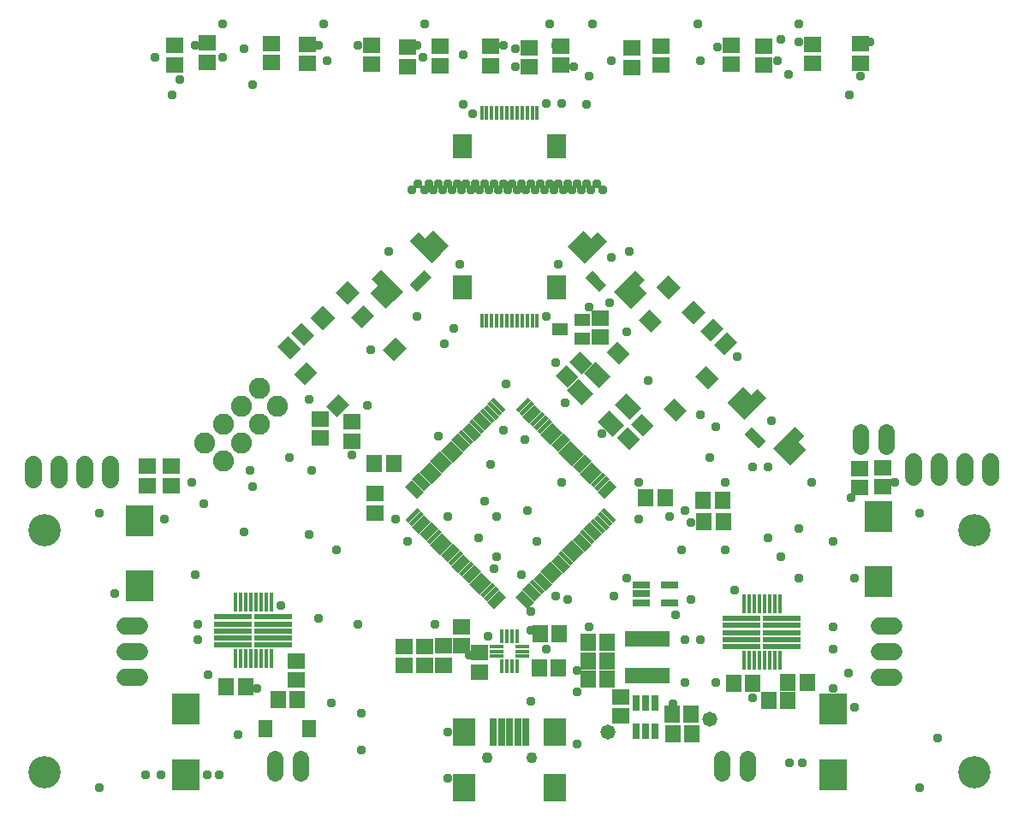
<source format=gbr>
G04 EAGLE Gerber RS-274X export*
G75*
%MOMM*%
%FSLAX34Y34*%
%LPD*%
%INSoldermask Top*%
%IPPOS*%
%AMOC8*
5,1,8,0,0,1.08239X$1,22.5*%
G01*
%ADD10R,1.703200X1.503200*%
%ADD11R,1.503200X1.703200*%
%ADD12C,1.625600*%
%ADD13R,1.703200X1.703200*%
%ADD14R,2.103200X1.603200*%
%ADD15R,1.603200X1.203200*%
%ADD16R,1.803200X1.503200*%
%ADD17R,1.503200X1.803200*%
%ADD18R,1.753200X1.503200*%
%ADD19R,0.457200X1.676400*%
%ADD20R,0.457200X1.981200*%
%ADD21R,3.759200X0.508000*%
%ADD22C,1.727200*%
%ADD23C,3.203200*%
%ADD24C,1.711200*%
%ADD25C,2.082800*%
%ADD26R,0.753200X1.553200*%
%ADD27R,4.403200X1.603200*%
%ADD28R,0.453200X1.453200*%
%ADD29R,1.453200X0.453200*%
%ADD30R,1.703200X0.703200*%
%ADD31R,0.703200X2.703200*%
%ADD32R,2.203200X2.703200*%
%ADD33C,1.103200*%
%ADD34R,0.400000X1.400000*%
%ADD35R,1.900000X2.350000*%
%ADD36R,0.503200X1.003200*%
%ADD37R,1.150000X2.200000*%
%ADD38R,1.300000X3.050000*%
%ADD39R,2.703200X3.103200*%
%ADD40R,1.473200X1.673200*%
%ADD41C,1.473200*%
%ADD42C,0.959600*%


D10*
X435046Y136472D03*
X435046Y155472D03*
X452594Y174572D03*
X452594Y155572D03*
D11*
G36*
X568310Y421431D02*
X557681Y410802D01*
X545638Y422845D01*
X556267Y433474D01*
X568310Y421431D01*
G37*
G36*
X581746Y434867D02*
X571117Y424238D01*
X559074Y436281D01*
X569703Y446910D01*
X581746Y434867D01*
G37*
G36*
X619994Y374689D02*
X630623Y385318D01*
X642666Y373275D01*
X632037Y362646D01*
X619994Y374689D01*
G37*
G36*
X606558Y361253D02*
X617187Y371882D01*
X629230Y359839D01*
X618601Y349210D01*
X606558Y361253D01*
G37*
X366422Y335986D03*
X385422Y335986D03*
X711444Y278344D03*
X692444Y278344D03*
D10*
X343876Y376994D03*
X343876Y357994D03*
X470528Y148638D03*
X470528Y129638D03*
X416344Y135692D03*
X416344Y154692D03*
X366816Y287032D03*
X366816Y306032D03*
D11*
X634916Y302272D03*
X653916Y302272D03*
D12*
X293476Y43876D02*
X293476Y29652D01*
X268076Y29652D02*
X268076Y43876D01*
D13*
G36*
X669163Y510396D02*
X657120Y498353D01*
X645077Y510396D01*
X657120Y522439D01*
X669163Y510396D01*
G37*
G36*
X693911Y485648D02*
X681868Y473605D01*
X669825Y485648D01*
X681868Y497691D01*
X693911Y485648D01*
G37*
G36*
X339792Y492783D02*
X327749Y504826D01*
X339792Y516869D01*
X351835Y504826D01*
X339792Y492783D01*
G37*
G36*
X315044Y468035D02*
X303001Y480078D01*
X315044Y492121D01*
X327087Y480078D01*
X315044Y468035D01*
G37*
D14*
G36*
X571277Y393535D02*
X556406Y408406D01*
X567743Y419743D01*
X582614Y404872D01*
X571277Y393535D01*
G37*
G36*
X602390Y362422D02*
X587519Y377293D01*
X598856Y388630D01*
X613727Y373759D01*
X602390Y362422D01*
G37*
G36*
X619361Y379393D02*
X604490Y394264D01*
X615827Y405601D01*
X630698Y390730D01*
X619361Y379393D01*
G37*
G36*
X588248Y410506D02*
X573377Y425377D01*
X584714Y436714D01*
X599585Y421843D01*
X588248Y410506D01*
G37*
D15*
X549954Y469018D03*
X571954Y478518D03*
X571954Y459518D03*
D16*
X719136Y749842D03*
X719136Y730842D03*
X649800Y748998D03*
X649800Y729998D03*
X620990Y747246D03*
X620990Y728246D03*
D17*
X530384Y167010D03*
X549384Y167010D03*
X529232Y133178D03*
X548232Y133178D03*
D16*
X312624Y361196D03*
X312624Y380196D03*
X550552Y749148D03*
X550552Y730148D03*
X519288Y747594D03*
X519288Y728594D03*
X431012Y748650D03*
X431012Y729650D03*
X398950Y747942D03*
X398950Y728942D03*
X846848Y751444D03*
X846848Y732444D03*
X363890Y749948D03*
X363890Y730948D03*
X299948Y750896D03*
X299948Y731896D03*
X264888Y751846D03*
X264888Y732846D03*
X201548Y752194D03*
X201548Y733194D03*
X169188Y749748D03*
X169188Y730748D03*
X481408Y748892D03*
X481408Y729892D03*
D17*
G36*
X293851Y449518D02*
X283222Y438889D01*
X270473Y451638D01*
X281102Y462267D01*
X293851Y449518D01*
G37*
G36*
X307287Y462954D02*
X296658Y452325D01*
X283909Y465074D01*
X294538Y475703D01*
X307287Y462954D01*
G37*
G36*
X699244Y456621D02*
X688615Y467250D01*
X701364Y479999D01*
X711993Y469370D01*
X699244Y456621D01*
G37*
G36*
X712680Y443185D02*
X702051Y453814D01*
X714800Y466563D01*
X725429Y455934D01*
X712680Y443185D01*
G37*
D16*
X590164Y479788D03*
X590164Y460788D03*
X799750Y750896D03*
X799750Y731896D03*
X751052Y749346D03*
X751052Y730346D03*
D18*
G36*
X375100Y448467D02*
X387496Y460863D01*
X398126Y450233D01*
X385730Y437837D01*
X375100Y448467D01*
G37*
G36*
X318885Y392252D02*
X331281Y404648D01*
X341911Y394018D01*
X329515Y381622D01*
X318885Y392252D01*
G37*
G36*
X343281Y480286D02*
X355677Y492682D01*
X366307Y482052D01*
X353911Y469656D01*
X343281Y480286D01*
G37*
G36*
X287066Y424071D02*
X299462Y436467D01*
X310092Y425837D01*
X297696Y413441D01*
X287066Y424071D01*
G37*
D19*
G36*
X602479Y316598D02*
X605712Y313365D01*
X593859Y301512D01*
X590626Y304745D01*
X602479Y316598D01*
G37*
G36*
X599066Y320011D02*
X602299Y316778D01*
X590446Y304925D01*
X587213Y308158D01*
X599066Y320011D01*
G37*
G36*
X595474Y323603D02*
X598707Y320370D01*
X586854Y308517D01*
X583621Y311750D01*
X595474Y323603D01*
G37*
G36*
X591882Y327195D02*
X595115Y323962D01*
X583262Y312109D01*
X580029Y315342D01*
X591882Y327195D01*
G37*
G36*
X588290Y330787D02*
X591523Y327554D01*
X579670Y315701D01*
X576437Y318934D01*
X588290Y330787D01*
G37*
G36*
X584877Y334199D02*
X588110Y330966D01*
X576257Y319113D01*
X573024Y322346D01*
X584877Y334199D01*
G37*
G36*
X581285Y337792D02*
X584518Y334559D01*
X572665Y322706D01*
X569432Y325939D01*
X581285Y337792D01*
G37*
G36*
X577693Y341384D02*
X580926Y338151D01*
X569073Y326298D01*
X565840Y329531D01*
X577693Y341384D01*
G37*
G36*
X574281Y344796D02*
X577514Y341563D01*
X565661Y329710D01*
X562428Y332943D01*
X574281Y344796D01*
G37*
G36*
X570689Y348388D02*
X573922Y345155D01*
X562069Y333302D01*
X558836Y336535D01*
X570689Y348388D01*
G37*
G36*
X567097Y351980D02*
X570330Y348747D01*
X558477Y336894D01*
X555244Y340127D01*
X567097Y351980D01*
G37*
G36*
X563684Y355393D02*
X566917Y352160D01*
X555064Y340307D01*
X551831Y343540D01*
X563684Y355393D01*
G37*
G36*
X560092Y358985D02*
X563325Y355752D01*
X551472Y343899D01*
X548239Y347132D01*
X560092Y358985D01*
G37*
G36*
X556500Y362577D02*
X559733Y359344D01*
X547880Y347491D01*
X544647Y350724D01*
X556500Y362577D01*
G37*
G36*
X553087Y365990D02*
X556320Y362757D01*
X544467Y350904D01*
X541234Y354137D01*
X553087Y365990D01*
G37*
G36*
X549495Y369582D02*
X552728Y366349D01*
X540875Y354496D01*
X537642Y357729D01*
X549495Y369582D01*
G37*
G36*
X545903Y373174D02*
X549136Y369941D01*
X537283Y358088D01*
X534050Y361321D01*
X545903Y373174D01*
G37*
G36*
X542491Y376586D02*
X545724Y373353D01*
X533871Y361500D01*
X530638Y364733D01*
X542491Y376586D01*
G37*
G36*
X538899Y380178D02*
X542132Y376945D01*
X530279Y365092D01*
X527046Y368325D01*
X538899Y380178D01*
G37*
G36*
X535306Y383770D02*
X538539Y380537D01*
X526686Y368684D01*
X523453Y371917D01*
X535306Y383770D01*
G37*
G36*
X531894Y387183D02*
X535127Y383950D01*
X523274Y372097D01*
X520041Y375330D01*
X531894Y387183D01*
G37*
G36*
X528302Y390775D02*
X531535Y387542D01*
X519682Y375689D01*
X516449Y378922D01*
X528302Y390775D01*
G37*
G36*
X524710Y394367D02*
X527943Y391134D01*
X516090Y379281D01*
X512857Y382514D01*
X524710Y394367D01*
G37*
G36*
X521118Y397959D02*
X524351Y394726D01*
X512498Y382873D01*
X509265Y386106D01*
X521118Y397959D01*
G37*
G36*
X517705Y401372D02*
X520938Y398139D01*
X509085Y386286D01*
X505852Y389519D01*
X517705Y401372D01*
G37*
G36*
X496512Y389519D02*
X493279Y386286D01*
X481426Y398139D01*
X484659Y401372D01*
X496512Y389519D01*
G37*
G36*
X493099Y386106D02*
X489866Y382873D01*
X478013Y394726D01*
X481246Y397959D01*
X493099Y386106D01*
G37*
G36*
X489507Y382514D02*
X486274Y379281D01*
X474421Y391134D01*
X477654Y394367D01*
X489507Y382514D01*
G37*
G36*
X485915Y378922D02*
X482682Y375689D01*
X470829Y387542D01*
X474062Y390775D01*
X485915Y378922D01*
G37*
G36*
X482323Y375330D02*
X479090Y372097D01*
X467237Y383950D01*
X470470Y387183D01*
X482323Y375330D01*
G37*
G36*
X478911Y371917D02*
X475678Y368684D01*
X463825Y380537D01*
X467058Y383770D01*
X478911Y371917D01*
G37*
G36*
X475318Y368325D02*
X472085Y365092D01*
X460232Y376945D01*
X463465Y380178D01*
X475318Y368325D01*
G37*
G36*
X471726Y364733D02*
X468493Y361500D01*
X456640Y373353D01*
X459873Y376586D01*
X471726Y364733D01*
G37*
G36*
X468314Y361321D02*
X465081Y358088D01*
X453228Y369941D01*
X456461Y373174D01*
X468314Y361321D01*
G37*
G36*
X464722Y357729D02*
X461489Y354496D01*
X449636Y366349D01*
X452869Y369582D01*
X464722Y357729D01*
G37*
G36*
X461130Y354137D02*
X457897Y350904D01*
X446044Y362757D01*
X449277Y365990D01*
X461130Y354137D01*
G37*
G36*
X457717Y350724D02*
X454484Y347491D01*
X442631Y359344D01*
X445864Y362577D01*
X457717Y350724D01*
G37*
G36*
X454125Y347132D02*
X450892Y343899D01*
X439039Y355752D01*
X442272Y358985D01*
X454125Y347132D01*
G37*
G36*
X450533Y343540D02*
X447300Y340307D01*
X435447Y352160D01*
X438680Y355393D01*
X450533Y343540D01*
G37*
G36*
X447120Y340127D02*
X443887Y336894D01*
X432034Y348747D01*
X435267Y351980D01*
X447120Y340127D01*
G37*
G36*
X443528Y336535D02*
X440295Y333302D01*
X428442Y345155D01*
X431675Y348388D01*
X443528Y336535D01*
G37*
G36*
X439936Y332943D02*
X436703Y329710D01*
X424850Y341563D01*
X428083Y344796D01*
X439936Y332943D01*
G37*
G36*
X436524Y329531D02*
X433291Y326298D01*
X421438Y338151D01*
X424671Y341384D01*
X436524Y329531D01*
G37*
G36*
X432932Y325939D02*
X429699Y322706D01*
X417846Y334559D01*
X421079Y337792D01*
X432932Y325939D01*
G37*
G36*
X429340Y322346D02*
X426107Y319113D01*
X414254Y330966D01*
X417487Y334199D01*
X429340Y322346D01*
G37*
G36*
X425927Y318934D02*
X422694Y315701D01*
X410841Y327554D01*
X414074Y330787D01*
X425927Y318934D01*
G37*
G36*
X422335Y315342D02*
X419102Y312109D01*
X407249Y323962D01*
X410482Y327195D01*
X422335Y315342D01*
G37*
G36*
X418743Y311750D02*
X415510Y308517D01*
X403657Y320370D01*
X406890Y323603D01*
X418743Y311750D01*
G37*
G36*
X415151Y308158D02*
X411918Y304925D01*
X400065Y316778D01*
X403298Y320011D01*
X415151Y308158D01*
G37*
G36*
X411738Y304745D02*
X408505Y301512D01*
X396652Y313365D01*
X399885Y316598D01*
X411738Y304745D01*
G37*
G36*
X408505Y292172D02*
X411738Y288939D01*
X399885Y277086D01*
X396652Y280319D01*
X408505Y292172D01*
G37*
G36*
X411918Y288759D02*
X415151Y285526D01*
X403298Y273673D01*
X400065Y276906D01*
X411918Y288759D01*
G37*
G36*
X415510Y285167D02*
X418743Y281934D01*
X406890Y270081D01*
X403657Y273314D01*
X415510Y285167D01*
G37*
G36*
X419102Y281575D02*
X422335Y278342D01*
X410482Y266489D01*
X407249Y269722D01*
X419102Y281575D01*
G37*
G36*
X422694Y277983D02*
X425927Y274750D01*
X414074Y262897D01*
X410841Y266130D01*
X422694Y277983D01*
G37*
G36*
X426107Y274571D02*
X429340Y271338D01*
X417487Y259485D01*
X414254Y262718D01*
X426107Y274571D01*
G37*
G36*
X429699Y270978D02*
X432932Y267745D01*
X421079Y255892D01*
X417846Y259125D01*
X429699Y270978D01*
G37*
G36*
X433291Y267386D02*
X436524Y264153D01*
X424671Y252300D01*
X421438Y255533D01*
X433291Y267386D01*
G37*
G36*
X436703Y263974D02*
X439936Y260741D01*
X428083Y248888D01*
X424850Y252121D01*
X436703Y263974D01*
G37*
G36*
X440295Y260382D02*
X443528Y257149D01*
X431675Y245296D01*
X428442Y248529D01*
X440295Y260382D01*
G37*
G36*
X443887Y256790D02*
X447120Y253557D01*
X435267Y241704D01*
X432034Y244937D01*
X443887Y256790D01*
G37*
G36*
X447300Y253377D02*
X450533Y250144D01*
X438680Y238291D01*
X435447Y241524D01*
X447300Y253377D01*
G37*
G36*
X450892Y249785D02*
X454125Y246552D01*
X442272Y234699D01*
X439039Y237932D01*
X450892Y249785D01*
G37*
G36*
X454484Y246193D02*
X457717Y242960D01*
X445864Y231107D01*
X442631Y234340D01*
X454484Y246193D01*
G37*
G36*
X457897Y242780D02*
X461130Y239547D01*
X449277Y227694D01*
X446044Y230927D01*
X457897Y242780D01*
G37*
G36*
X461489Y239188D02*
X464722Y235955D01*
X452869Y224102D01*
X449636Y227335D01*
X461489Y239188D01*
G37*
G36*
X465081Y235596D02*
X468314Y232363D01*
X456461Y220510D01*
X453228Y223743D01*
X465081Y235596D01*
G37*
G36*
X468493Y232184D02*
X471726Y228951D01*
X459873Y217098D01*
X456640Y220331D01*
X468493Y232184D01*
G37*
G36*
X472085Y228592D02*
X475318Y225359D01*
X463465Y213506D01*
X460232Y216739D01*
X472085Y228592D01*
G37*
G36*
X475678Y225000D02*
X478911Y221767D01*
X467058Y209914D01*
X463825Y213147D01*
X475678Y225000D01*
G37*
G36*
X479090Y221587D02*
X482323Y218354D01*
X470470Y206501D01*
X467237Y209734D01*
X479090Y221587D01*
G37*
G36*
X482682Y217995D02*
X485915Y214762D01*
X474062Y202909D01*
X470829Y206142D01*
X482682Y217995D01*
G37*
G36*
X486274Y214403D02*
X489507Y211170D01*
X477654Y199317D01*
X474421Y202550D01*
X486274Y214403D01*
G37*
G36*
X489866Y210811D02*
X493099Y207578D01*
X481246Y195725D01*
X478013Y198958D01*
X489866Y210811D01*
G37*
G36*
X493279Y207398D02*
X496512Y204165D01*
X484659Y192312D01*
X481426Y195545D01*
X493279Y207398D01*
G37*
G36*
X520938Y195545D02*
X517705Y192312D01*
X505852Y204165D01*
X509085Y207398D01*
X520938Y195545D01*
G37*
G36*
X524351Y198958D02*
X521118Y195725D01*
X509265Y207578D01*
X512498Y210811D01*
X524351Y198958D01*
G37*
G36*
X527943Y202550D02*
X524710Y199317D01*
X512857Y211170D01*
X516090Y214403D01*
X527943Y202550D01*
G37*
G36*
X531535Y206142D02*
X528302Y202909D01*
X516449Y214762D01*
X519682Y217995D01*
X531535Y206142D01*
G37*
G36*
X535127Y209734D02*
X531894Y206501D01*
X520041Y218354D01*
X523274Y221587D01*
X535127Y209734D01*
G37*
G36*
X538539Y213147D02*
X535306Y209914D01*
X523453Y221767D01*
X526686Y225000D01*
X538539Y213147D01*
G37*
G36*
X542132Y216739D02*
X538899Y213506D01*
X527046Y225359D01*
X530279Y228592D01*
X542132Y216739D01*
G37*
G36*
X545724Y220331D02*
X542491Y217098D01*
X530638Y228951D01*
X533871Y232184D01*
X545724Y220331D01*
G37*
G36*
X549136Y223743D02*
X545903Y220510D01*
X534050Y232363D01*
X537283Y235596D01*
X549136Y223743D01*
G37*
G36*
X552728Y227335D02*
X549495Y224102D01*
X537642Y235955D01*
X540875Y239188D01*
X552728Y227335D01*
G37*
G36*
X556320Y230927D02*
X553087Y227694D01*
X541234Y239547D01*
X544467Y242780D01*
X556320Y230927D01*
G37*
G36*
X559733Y234340D02*
X556500Y231107D01*
X544647Y242960D01*
X547880Y246193D01*
X559733Y234340D01*
G37*
G36*
X563325Y237932D02*
X560092Y234699D01*
X548239Y246552D01*
X551472Y249785D01*
X563325Y237932D01*
G37*
G36*
X566917Y241524D02*
X563684Y238291D01*
X551831Y250144D01*
X555064Y253377D01*
X566917Y241524D01*
G37*
G36*
X570330Y244937D02*
X567097Y241704D01*
X555244Y253557D01*
X558477Y256790D01*
X570330Y244937D01*
G37*
G36*
X573922Y248529D02*
X570689Y245296D01*
X558836Y257149D01*
X562069Y260382D01*
X573922Y248529D01*
G37*
G36*
X577514Y252121D02*
X574281Y248888D01*
X562428Y260741D01*
X565661Y263974D01*
X577514Y252121D01*
G37*
G36*
X580926Y255533D02*
X577693Y252300D01*
X565840Y264153D01*
X569073Y267386D01*
X580926Y255533D01*
G37*
G36*
X584518Y259125D02*
X581285Y255892D01*
X569432Y267745D01*
X572665Y270978D01*
X584518Y259125D01*
G37*
G36*
X588110Y262718D02*
X584877Y259485D01*
X573024Y271338D01*
X576257Y274571D01*
X588110Y262718D01*
G37*
G36*
X591523Y266130D02*
X588290Y262897D01*
X576437Y274750D01*
X579670Y277983D01*
X591523Y266130D01*
G37*
G36*
X595115Y269722D02*
X591882Y266489D01*
X580029Y278342D01*
X583262Y281575D01*
X595115Y269722D01*
G37*
G36*
X598707Y273314D02*
X595474Y270081D01*
X583621Y281934D01*
X586854Y285167D01*
X598707Y273314D01*
G37*
G36*
X602299Y276906D02*
X599066Y273673D01*
X587213Y285526D01*
X590446Y288759D01*
X602299Y276906D01*
G37*
G36*
X605712Y280319D02*
X602479Y277086D01*
X590626Y288939D01*
X593859Y292172D01*
X605712Y280319D01*
G37*
D18*
G36*
X640017Y465644D02*
X627621Y478040D01*
X638251Y488670D01*
X650647Y476274D01*
X640017Y465644D01*
G37*
G36*
X696232Y409429D02*
X683836Y421825D01*
X694466Y432455D01*
X706862Y420059D01*
X696232Y409429D01*
G37*
G36*
X608198Y433825D02*
X595802Y446221D01*
X606432Y456851D01*
X618828Y444455D01*
X608198Y433825D01*
G37*
G36*
X664413Y377610D02*
X652017Y390006D01*
X662647Y400636D01*
X675043Y388240D01*
X664413Y377610D01*
G37*
D20*
X264288Y198666D03*
X259288Y198666D03*
X254288Y198666D03*
X249288Y198666D03*
X244288Y198666D03*
X239288Y198666D03*
X234288Y198666D03*
X229288Y198666D03*
D21*
X226208Y184086D03*
X226208Y177086D03*
X226208Y170086D03*
X226208Y163086D03*
X226208Y156086D03*
D20*
X229288Y142522D03*
X234288Y142522D03*
X239288Y142522D03*
X244288Y142522D03*
X249288Y142522D03*
X254288Y142522D03*
X259288Y142522D03*
X264288Y142522D03*
D21*
X266352Y156086D03*
X266352Y163086D03*
X266352Y170086D03*
X266352Y177086D03*
X266352Y184086D03*
D11*
X220044Y114780D03*
X239044Y114780D03*
D10*
X288952Y140282D03*
X288952Y121282D03*
D11*
X271324Y102588D03*
X290324Y102588D03*
D20*
X767394Y197142D03*
X762394Y197142D03*
X757394Y197142D03*
X752394Y197142D03*
X747394Y197142D03*
X742394Y197142D03*
X737394Y197142D03*
X732394Y197142D03*
D21*
X729314Y182562D03*
X729314Y175562D03*
X729314Y168562D03*
X729314Y161562D03*
X729314Y154562D03*
D20*
X732394Y140998D03*
X737394Y140998D03*
X742394Y140998D03*
X747394Y140998D03*
X752394Y140998D03*
X757394Y140998D03*
X762394Y140998D03*
X767394Y140998D03*
D21*
X769458Y154562D03*
X769458Y161562D03*
X769458Y168562D03*
X769458Y175562D03*
X769458Y182562D03*
D11*
X721606Y118356D03*
X740606Y118356D03*
X794446Y119540D03*
X775446Y119540D03*
X756478Y101374D03*
X775478Y101374D03*
D22*
X28988Y319372D02*
X28988Y334612D01*
X54388Y334612D02*
X54388Y319372D01*
X79788Y319372D02*
X79788Y334612D01*
X105188Y334612D02*
X105188Y319372D01*
D23*
X40000Y30000D03*
X40000Y270000D03*
D24*
X119460Y175400D02*
X134540Y175400D01*
X134540Y150000D02*
X119460Y150000D01*
X119460Y124600D02*
X134540Y124600D01*
D23*
X960000Y270000D03*
X960000Y30000D03*
D24*
X880540Y124600D02*
X865460Y124600D01*
X865460Y150000D02*
X880540Y150000D01*
X880540Y175400D02*
X865460Y175400D01*
D25*
X252801Y410421D03*
X270761Y392461D03*
X234840Y392461D03*
X252801Y374500D03*
X216879Y374500D03*
X234840Y356539D03*
X198919Y356539D03*
X216879Y338579D03*
D16*
X142048Y333204D03*
X142048Y314204D03*
X165440Y333204D03*
X165440Y314204D03*
D22*
X976148Y322380D02*
X976148Y337620D01*
X950748Y337620D02*
X950748Y322380D01*
X925348Y322380D02*
X925348Y337620D01*
X899948Y337620D02*
X899948Y322380D01*
D16*
X846464Y330996D03*
X846464Y311996D03*
X869512Y331716D03*
X869512Y312716D03*
D26*
X625340Y71097D03*
X634840Y71097D03*
X644340Y71097D03*
X644340Y98599D03*
X634840Y98599D03*
X625340Y98599D03*
D10*
X610096Y104844D03*
X610096Y85844D03*
D11*
X680556Y67912D03*
X661556Y67912D03*
X679564Y87536D03*
X660564Y87536D03*
X577908Y122416D03*
X596908Y122416D03*
X577908Y158992D03*
X596908Y158992D03*
X577908Y140704D03*
X596908Y140704D03*
D27*
X636448Y125484D03*
X636448Y162484D03*
D12*
X847300Y352888D02*
X847300Y367112D01*
X872700Y367112D02*
X872700Y352888D01*
D28*
X507500Y165000D03*
X502500Y165000D03*
X497500Y165000D03*
X492500Y165000D03*
D29*
X487500Y155000D03*
X487500Y150000D03*
X487500Y145000D03*
D28*
X492500Y135000D03*
X497500Y135000D03*
X502500Y135000D03*
X507500Y135000D03*
D29*
X512500Y145000D03*
X512500Y150000D03*
X512500Y155000D03*
D30*
X630460Y215808D03*
X630460Y206808D03*
X630460Y197808D03*
X658460Y197808D03*
X658460Y215808D03*
D11*
X710660Y299832D03*
X691660Y299832D03*
D31*
X500288Y69848D03*
X492288Y69848D03*
X516288Y69848D03*
X508288Y69848D03*
D32*
X545288Y14848D03*
X455288Y14848D03*
X545288Y69848D03*
X455288Y69848D03*
D31*
X484288Y69848D03*
D33*
X478288Y44848D03*
X522288Y44848D03*
D34*
X527500Y477500D03*
X522500Y477500D03*
X517500Y477500D03*
X512500Y477500D03*
X507500Y477500D03*
X502500Y477500D03*
X497500Y477500D03*
X492500Y477500D03*
X487500Y477500D03*
X482500Y477500D03*
X477500Y477500D03*
X472500Y477500D03*
D35*
X453500Y510000D03*
X546500Y510000D03*
D34*
X472500Y682604D03*
X477500Y682604D03*
X482500Y682604D03*
X487500Y682604D03*
X492500Y682604D03*
X497500Y682604D03*
X502500Y682604D03*
X507500Y682604D03*
X512500Y682604D03*
X517500Y682604D03*
X522500Y682604D03*
X527500Y682604D03*
D35*
X546500Y650104D03*
X453500Y650104D03*
D36*
G36*
X592465Y516368D02*
X596023Y512810D01*
X588931Y505718D01*
X585373Y509276D01*
X592465Y516368D01*
G37*
G36*
X588929Y519904D02*
X592487Y516346D01*
X585395Y509254D01*
X581837Y512812D01*
X588929Y519904D01*
G37*
G36*
X585394Y523439D02*
X588952Y519881D01*
X581860Y512789D01*
X578302Y516347D01*
X585394Y523439D01*
G37*
G36*
X581858Y526975D02*
X585416Y523417D01*
X578324Y516325D01*
X574766Y519883D01*
X581858Y526975D01*
G37*
D37*
G36*
X565949Y542863D02*
X557817Y550995D01*
X573373Y566551D01*
X581505Y558419D01*
X565949Y542863D01*
G37*
D38*
G36*
X574788Y534025D02*
X565596Y543217D01*
X587162Y564783D01*
X596354Y555591D01*
X574788Y534025D01*
G37*
D37*
G36*
X627467Y512457D02*
X635599Y504325D01*
X620043Y488769D01*
X611911Y496901D01*
X627467Y512457D01*
G37*
D38*
G36*
X624639Y527306D02*
X633831Y518114D01*
X612265Y496548D01*
X603073Y505740D01*
X624639Y527306D01*
G37*
D36*
G36*
X412312Y523801D02*
X415870Y527359D01*
X422962Y520267D01*
X419404Y516709D01*
X412312Y523801D01*
G37*
G36*
X408776Y520265D02*
X412334Y523823D01*
X419426Y516731D01*
X415868Y513173D01*
X408776Y520265D01*
G37*
G36*
X405241Y516730D02*
X408799Y520288D01*
X415891Y513196D01*
X412333Y509638D01*
X405241Y516730D01*
G37*
G36*
X401705Y513194D02*
X405263Y516752D01*
X412355Y509660D01*
X408797Y506102D01*
X401705Y513194D01*
G37*
D37*
G36*
X385817Y497285D02*
X377685Y489153D01*
X362129Y504709D01*
X370261Y512841D01*
X385817Y497285D01*
G37*
D38*
G36*
X394655Y506124D02*
X385463Y496932D01*
X363897Y518498D01*
X373089Y527690D01*
X394655Y506124D01*
G37*
D37*
G36*
X416223Y558803D02*
X424355Y566935D01*
X439911Y551379D01*
X431779Y543247D01*
X416223Y558803D01*
G37*
D38*
G36*
X401374Y555975D02*
X410566Y565167D01*
X432132Y543601D01*
X422940Y534409D01*
X401374Y555975D01*
G37*
D36*
G36*
X750329Y361488D02*
X753887Y357930D01*
X746795Y350838D01*
X743237Y354396D01*
X750329Y361488D01*
G37*
G36*
X746793Y365024D02*
X750351Y361466D01*
X743259Y354374D01*
X739701Y357932D01*
X746793Y365024D01*
G37*
G36*
X743258Y368559D02*
X746816Y365001D01*
X739724Y357909D01*
X736166Y361467D01*
X743258Y368559D01*
G37*
G36*
X739722Y372095D02*
X743280Y368537D01*
X736188Y361445D01*
X732630Y365003D01*
X739722Y372095D01*
G37*
D37*
G36*
X723813Y387983D02*
X715681Y396115D01*
X731237Y411671D01*
X739369Y403539D01*
X723813Y387983D01*
G37*
D38*
G36*
X732652Y379145D02*
X723460Y388337D01*
X745026Y409903D01*
X754218Y400711D01*
X732652Y379145D01*
G37*
D37*
G36*
X785331Y357577D02*
X793463Y349445D01*
X777907Y333889D01*
X769775Y342021D01*
X785331Y357577D01*
G37*
D38*
G36*
X782503Y372426D02*
X791695Y363234D01*
X770129Y341668D01*
X760937Y350860D01*
X782503Y372426D01*
G37*
D12*
X735076Y43688D02*
X735076Y29464D01*
X709676Y29464D02*
X709676Y43688D01*
D39*
X134240Y279556D03*
X134240Y214556D03*
X864904Y283716D03*
X864904Y218716D03*
X180000Y92500D03*
X180000Y27500D03*
X820000Y92500D03*
X820000Y27500D03*
D16*
X395928Y135716D03*
X395928Y154716D03*
D40*
X301916Y73152D03*
X258916Y73152D03*
D41*
X597408Y70104D03*
X697992Y82296D03*
D42*
X582168Y771144D03*
X539496Y771144D03*
X579120Y719328D03*
X454152Y691162D03*
X463296Y682018D03*
X201168Y27432D03*
X249936Y112776D03*
X576072Y691162D03*
X109728Y207264D03*
X213360Y27432D03*
X155448Y27432D03*
X140208Y27432D03*
X438912Y70104D03*
X438912Y24384D03*
X566928Y57912D03*
X566928Y109728D03*
X673608Y118872D03*
X673608Y161544D03*
X579120Y173736D03*
X478536Y164592D03*
X460248Y146304D03*
X521208Y100584D03*
X740664Y103632D03*
X786384Y222504D03*
X841248Y222504D03*
X789432Y39624D03*
X777240Y39624D03*
X679704Y201168D03*
X679704Y277368D03*
X704088Y118872D03*
X353568Y88392D03*
X350520Y176784D03*
X627888Y280416D03*
X819912Y259080D03*
X722376Y210312D03*
X566928Y131064D03*
X274320Y195072D03*
X551688Y316992D03*
X591312Y365760D03*
X579120Y490728D03*
X304800Y329184D03*
X445008Y469392D03*
X362712Y448056D03*
X496824Y414528D03*
X554736Y396240D03*
X469392Y262128D03*
X399288Y259080D03*
X438912Y283464D03*
X429768Y362712D03*
X237744Y268224D03*
X188976Y225552D03*
X923544Y64008D03*
X512064Y225552D03*
X637032Y417576D03*
X548640Y533400D03*
X451104Y533400D03*
X231648Y67056D03*
X688848Y384048D03*
X758952Y377952D03*
X618744Y545592D03*
X381000Y545592D03*
X359664Y393192D03*
X94488Y286512D03*
X94488Y15240D03*
X353568Y51816D03*
X905256Y15240D03*
X905256Y286512D03*
X835152Y128016D03*
X755904Y262128D03*
X755904Y332232D03*
X420624Y612648D03*
X429768Y612648D03*
X438912Y612648D03*
X448056Y612648D03*
X457200Y612648D03*
X466344Y612648D03*
X475488Y612648D03*
X484632Y612648D03*
X493776Y612648D03*
X502920Y612648D03*
X512064Y612648D03*
X521208Y612648D03*
X530352Y612648D03*
X539496Y612648D03*
X548640Y612648D03*
X557784Y612648D03*
X566928Y612648D03*
X576072Y612648D03*
X415864Y606616D03*
X580456Y606616D03*
X425008Y606616D03*
X571312Y606616D03*
X434152Y606616D03*
X562168Y606616D03*
X443296Y606616D03*
X553024Y606616D03*
X452440Y606616D03*
X543880Y606616D03*
X461584Y606616D03*
X534736Y606616D03*
X525592Y606616D03*
X470728Y606616D03*
X479872Y606616D03*
X516448Y606616D03*
X507304Y606616D03*
X489016Y606616D03*
X498160Y606616D03*
X586552Y612712D03*
X592648Y606616D03*
X409768Y612712D03*
X403672Y606616D03*
X416072Y771162D03*
X216072Y771162D03*
X316072Y771162D03*
X686072Y771162D03*
X786072Y771162D03*
X836072Y701162D03*
X776072Y721162D03*
X166072Y701162D03*
X246072Y711162D03*
X323568Y98392D03*
X201648Y127056D03*
X310896Y182880D03*
X841248Y94488D03*
X661416Y97536D03*
X819912Y173736D03*
X819912Y152400D03*
X819912Y112776D03*
X551688Y691896D03*
X563880Y728472D03*
X173736Y716280D03*
X505968Y728472D03*
X847344Y719328D03*
X216408Y737616D03*
X320040Y734568D03*
X414528Y737616D03*
X688848Y734568D03*
X600456Y734568D03*
X765048Y734568D03*
X664464Y185928D03*
X627888Y316992D03*
X740664Y332232D03*
X713232Y316992D03*
X798576Y316992D03*
X158496Y280416D03*
X301752Y399288D03*
X198120Y295656D03*
X435864Y454152D03*
X493776Y368808D03*
X598932Y495300D03*
X536448Y481584D03*
X481584Y335280D03*
X557784Y201168D03*
X536448Y152400D03*
X545592Y204216D03*
X521208Y170688D03*
X704088Y371856D03*
X725424Y441960D03*
X487680Y243840D03*
X245872Y312928D03*
X282448Y341376D03*
X484632Y231648D03*
X670560Y249936D03*
X713232Y249936D03*
X786384Y271272D03*
X856488Y752856D03*
X768096Y755904D03*
X650000Y749500D03*
X545592Y749808D03*
X454152Y740664D03*
X350000Y749500D03*
X237744Y746760D03*
X149352Y737616D03*
X515112Y359664D03*
X545592Y435864D03*
X344424Y344424D03*
X487680Y283464D03*
X786384Y752856D03*
X705612Y748284D03*
X620990Y747246D03*
X505968Y746760D03*
X408432Y749808D03*
X310896Y749808D03*
X188976Y749808D03*
X493776Y749808D03*
X615696Y466344D03*
X600456Y539496D03*
X408432Y481584D03*
X697992Y341376D03*
X518160Y289560D03*
X536448Y691896D03*
X329184Y249936D03*
X475488Y298704D03*
X387096Y280416D03*
X658368Y283464D03*
X880872Y316992D03*
X838200Y301752D03*
X673608Y289560D03*
X192024Y176784D03*
X192024Y161544D03*
X688848Y161544D03*
X527304Y259080D03*
X426720Y176784D03*
X521208Y188976D03*
X243840Y329184D03*
X185928Y316992D03*
X768096Y243840D03*
X301752Y265176D03*
X615696Y222504D03*
X603504Y204216D03*
M02*

</source>
